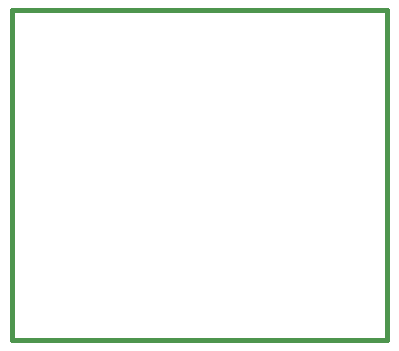
<source format=gbo>
G75*
G70*
%OFA0B0*%
%FSLAX24Y24*%
%IPPOS*%
%LPD*%
%AMOC8*
5,1,8,0,0,1.08239X$1,22.5*
%
%ADD10C,0.0160*%
D10*
X000653Y000651D02*
X013153Y000651D01*
X013153Y011651D01*
X000653Y011651D01*
X000653Y000651D01*
M02*

</source>
